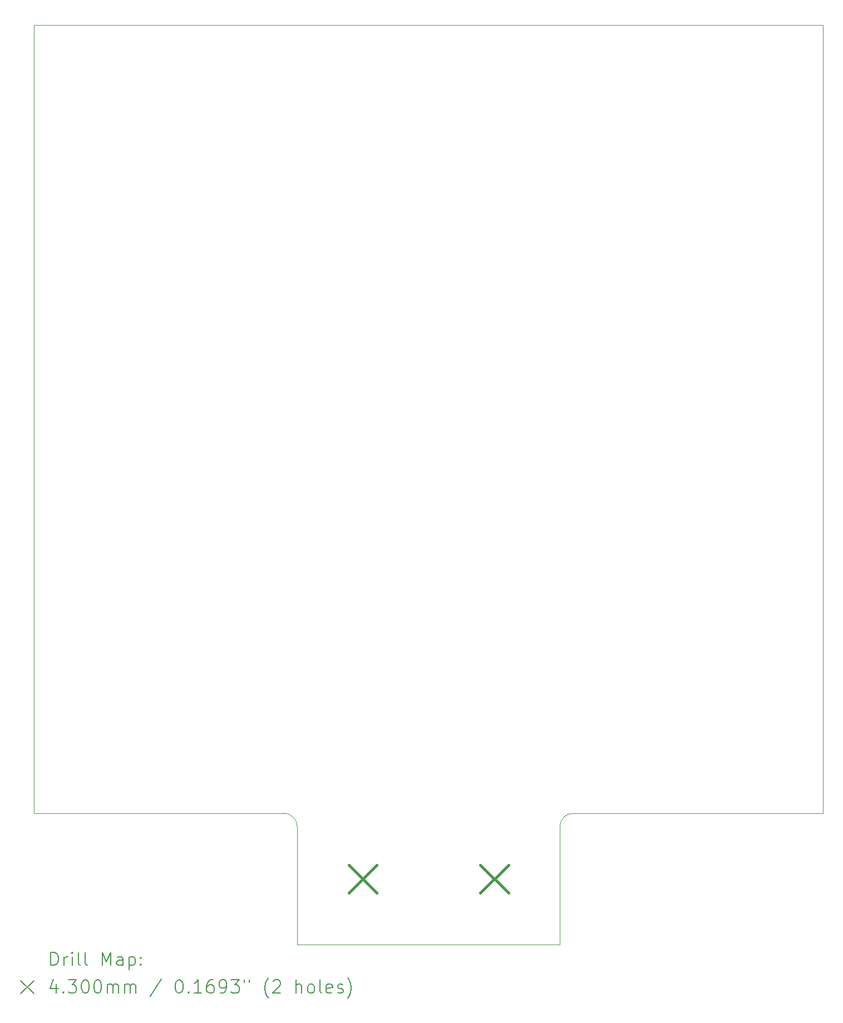
<source format=gbr>
%FSLAX45Y45*%
G04 Gerber Fmt 4.5, Leading zero omitted, Abs format (unit mm)*
G04 Created by KiCad (PCBNEW 6.0.0) date 2022-01-10 21:42:34*
%MOMM*%
%LPD*%
G01*
G04 APERTURE LIST*
%TA.AperFunction,Profile*%
%ADD10C,0.100000*%
%TD*%
%ADD11C,0.200000*%
%ADD12C,0.430000*%
G04 APERTURE END LIST*
D10*
X11000000Y-17000000D02*
X11000000Y-15200000D01*
X15000000Y-15000000D02*
X15000000Y-3000000D01*
X11200000Y-15000000D02*
G75*
G03*
X11000000Y-15200000I0J-200000D01*
G01*
X15000000Y-3000000D02*
X3000000Y-3000000D01*
X3000000Y-15000000D02*
X6800000Y-15000000D01*
X7000000Y-15200000D02*
X7000000Y-17000000D01*
X7000000Y-15200000D02*
G75*
G03*
X6800000Y-15000000I-200000J0D01*
G01*
X3000000Y-3000000D02*
X3000000Y-15000000D01*
X7000000Y-17000000D02*
X11000000Y-17000000D01*
X11200000Y-15000000D02*
X15000000Y-15000000D01*
D11*
D12*
X7785000Y-15785000D02*
X8215000Y-16215000D01*
X8215000Y-15785000D02*
X7785000Y-16215000D01*
X9785000Y-15785000D02*
X10215000Y-16215000D01*
X10215000Y-15785000D02*
X9785000Y-16215000D01*
D11*
X3252619Y-17315476D02*
X3252619Y-17115476D01*
X3300238Y-17115476D01*
X3328809Y-17125000D01*
X3347857Y-17144048D01*
X3357381Y-17163095D01*
X3366905Y-17201190D01*
X3366905Y-17229762D01*
X3357381Y-17267857D01*
X3347857Y-17286905D01*
X3328809Y-17305952D01*
X3300238Y-17315476D01*
X3252619Y-17315476D01*
X3452619Y-17315476D02*
X3452619Y-17182143D01*
X3452619Y-17220238D02*
X3462143Y-17201190D01*
X3471667Y-17191667D01*
X3490714Y-17182143D01*
X3509762Y-17182143D01*
X3576428Y-17315476D02*
X3576428Y-17182143D01*
X3576428Y-17115476D02*
X3566905Y-17125000D01*
X3576428Y-17134524D01*
X3585952Y-17125000D01*
X3576428Y-17115476D01*
X3576428Y-17134524D01*
X3700238Y-17315476D02*
X3681190Y-17305952D01*
X3671667Y-17286905D01*
X3671667Y-17115476D01*
X3805000Y-17315476D02*
X3785952Y-17305952D01*
X3776428Y-17286905D01*
X3776428Y-17115476D01*
X4033571Y-17315476D02*
X4033571Y-17115476D01*
X4100238Y-17258333D01*
X4166905Y-17115476D01*
X4166905Y-17315476D01*
X4347857Y-17315476D02*
X4347857Y-17210714D01*
X4338333Y-17191667D01*
X4319286Y-17182143D01*
X4281190Y-17182143D01*
X4262143Y-17191667D01*
X4347857Y-17305952D02*
X4328810Y-17315476D01*
X4281190Y-17315476D01*
X4262143Y-17305952D01*
X4252619Y-17286905D01*
X4252619Y-17267857D01*
X4262143Y-17248810D01*
X4281190Y-17239286D01*
X4328810Y-17239286D01*
X4347857Y-17229762D01*
X4443095Y-17182143D02*
X4443095Y-17382143D01*
X4443095Y-17191667D02*
X4462143Y-17182143D01*
X4500238Y-17182143D01*
X4519286Y-17191667D01*
X4528810Y-17201190D01*
X4538333Y-17220238D01*
X4538333Y-17277381D01*
X4528810Y-17296429D01*
X4519286Y-17305952D01*
X4500238Y-17315476D01*
X4462143Y-17315476D01*
X4443095Y-17305952D01*
X4624048Y-17296429D02*
X4633571Y-17305952D01*
X4624048Y-17315476D01*
X4614524Y-17305952D01*
X4624048Y-17296429D01*
X4624048Y-17315476D01*
X4624048Y-17191667D02*
X4633571Y-17201190D01*
X4624048Y-17210714D01*
X4614524Y-17201190D01*
X4624048Y-17191667D01*
X4624048Y-17210714D01*
X2795000Y-17545000D02*
X2995000Y-17745000D01*
X2995000Y-17545000D02*
X2795000Y-17745000D01*
X3338333Y-17602143D02*
X3338333Y-17735476D01*
X3290714Y-17525952D02*
X3243095Y-17668810D01*
X3366905Y-17668810D01*
X3443095Y-17716429D02*
X3452619Y-17725952D01*
X3443095Y-17735476D01*
X3433571Y-17725952D01*
X3443095Y-17716429D01*
X3443095Y-17735476D01*
X3519286Y-17535476D02*
X3643095Y-17535476D01*
X3576428Y-17611667D01*
X3605000Y-17611667D01*
X3624048Y-17621190D01*
X3633571Y-17630714D01*
X3643095Y-17649762D01*
X3643095Y-17697381D01*
X3633571Y-17716429D01*
X3624048Y-17725952D01*
X3605000Y-17735476D01*
X3547857Y-17735476D01*
X3528809Y-17725952D01*
X3519286Y-17716429D01*
X3766905Y-17535476D02*
X3785952Y-17535476D01*
X3805000Y-17545000D01*
X3814524Y-17554524D01*
X3824048Y-17573571D01*
X3833571Y-17611667D01*
X3833571Y-17659286D01*
X3824048Y-17697381D01*
X3814524Y-17716429D01*
X3805000Y-17725952D01*
X3785952Y-17735476D01*
X3766905Y-17735476D01*
X3747857Y-17725952D01*
X3738333Y-17716429D01*
X3728809Y-17697381D01*
X3719286Y-17659286D01*
X3719286Y-17611667D01*
X3728809Y-17573571D01*
X3738333Y-17554524D01*
X3747857Y-17545000D01*
X3766905Y-17535476D01*
X3957381Y-17535476D02*
X3976428Y-17535476D01*
X3995476Y-17545000D01*
X4005000Y-17554524D01*
X4014524Y-17573571D01*
X4024048Y-17611667D01*
X4024048Y-17659286D01*
X4014524Y-17697381D01*
X4005000Y-17716429D01*
X3995476Y-17725952D01*
X3976428Y-17735476D01*
X3957381Y-17735476D01*
X3938333Y-17725952D01*
X3928809Y-17716429D01*
X3919286Y-17697381D01*
X3909762Y-17659286D01*
X3909762Y-17611667D01*
X3919286Y-17573571D01*
X3928809Y-17554524D01*
X3938333Y-17545000D01*
X3957381Y-17535476D01*
X4109762Y-17735476D02*
X4109762Y-17602143D01*
X4109762Y-17621190D02*
X4119286Y-17611667D01*
X4138333Y-17602143D01*
X4166905Y-17602143D01*
X4185952Y-17611667D01*
X4195476Y-17630714D01*
X4195476Y-17735476D01*
X4195476Y-17630714D02*
X4205000Y-17611667D01*
X4224048Y-17602143D01*
X4252619Y-17602143D01*
X4271667Y-17611667D01*
X4281190Y-17630714D01*
X4281190Y-17735476D01*
X4376429Y-17735476D02*
X4376429Y-17602143D01*
X4376429Y-17621190D02*
X4385952Y-17611667D01*
X4405000Y-17602143D01*
X4433571Y-17602143D01*
X4452619Y-17611667D01*
X4462143Y-17630714D01*
X4462143Y-17735476D01*
X4462143Y-17630714D02*
X4471667Y-17611667D01*
X4490714Y-17602143D01*
X4519286Y-17602143D01*
X4538333Y-17611667D01*
X4547857Y-17630714D01*
X4547857Y-17735476D01*
X4938333Y-17525952D02*
X4766905Y-17783095D01*
X5195476Y-17535476D02*
X5214524Y-17535476D01*
X5233571Y-17545000D01*
X5243095Y-17554524D01*
X5252619Y-17573571D01*
X5262143Y-17611667D01*
X5262143Y-17659286D01*
X5252619Y-17697381D01*
X5243095Y-17716429D01*
X5233571Y-17725952D01*
X5214524Y-17735476D01*
X5195476Y-17735476D01*
X5176429Y-17725952D01*
X5166905Y-17716429D01*
X5157381Y-17697381D01*
X5147857Y-17659286D01*
X5147857Y-17611667D01*
X5157381Y-17573571D01*
X5166905Y-17554524D01*
X5176429Y-17545000D01*
X5195476Y-17535476D01*
X5347857Y-17716429D02*
X5357381Y-17725952D01*
X5347857Y-17735476D01*
X5338333Y-17725952D01*
X5347857Y-17716429D01*
X5347857Y-17735476D01*
X5547857Y-17735476D02*
X5433571Y-17735476D01*
X5490714Y-17735476D02*
X5490714Y-17535476D01*
X5471667Y-17564048D01*
X5452619Y-17583095D01*
X5433571Y-17592619D01*
X5719286Y-17535476D02*
X5681190Y-17535476D01*
X5662143Y-17545000D01*
X5652619Y-17554524D01*
X5633571Y-17583095D01*
X5624048Y-17621190D01*
X5624048Y-17697381D01*
X5633571Y-17716429D01*
X5643095Y-17725952D01*
X5662143Y-17735476D01*
X5700238Y-17735476D01*
X5719286Y-17725952D01*
X5728809Y-17716429D01*
X5738333Y-17697381D01*
X5738333Y-17649762D01*
X5728809Y-17630714D01*
X5719286Y-17621190D01*
X5700238Y-17611667D01*
X5662143Y-17611667D01*
X5643095Y-17621190D01*
X5633571Y-17630714D01*
X5624048Y-17649762D01*
X5833571Y-17735476D02*
X5871667Y-17735476D01*
X5890714Y-17725952D01*
X5900238Y-17716429D01*
X5919286Y-17687857D01*
X5928809Y-17649762D01*
X5928809Y-17573571D01*
X5919286Y-17554524D01*
X5909762Y-17545000D01*
X5890714Y-17535476D01*
X5852619Y-17535476D01*
X5833571Y-17545000D01*
X5824048Y-17554524D01*
X5814524Y-17573571D01*
X5814524Y-17621190D01*
X5824048Y-17640238D01*
X5833571Y-17649762D01*
X5852619Y-17659286D01*
X5890714Y-17659286D01*
X5909762Y-17649762D01*
X5919286Y-17640238D01*
X5928809Y-17621190D01*
X5995476Y-17535476D02*
X6119286Y-17535476D01*
X6052619Y-17611667D01*
X6081190Y-17611667D01*
X6100238Y-17621190D01*
X6109762Y-17630714D01*
X6119286Y-17649762D01*
X6119286Y-17697381D01*
X6109762Y-17716429D01*
X6100238Y-17725952D01*
X6081190Y-17735476D01*
X6024048Y-17735476D01*
X6005000Y-17725952D01*
X5995476Y-17716429D01*
X6195476Y-17535476D02*
X6195476Y-17573571D01*
X6271667Y-17535476D02*
X6271667Y-17573571D01*
X6566905Y-17811667D02*
X6557381Y-17802143D01*
X6538333Y-17773571D01*
X6528809Y-17754524D01*
X6519286Y-17725952D01*
X6509762Y-17678333D01*
X6509762Y-17640238D01*
X6519286Y-17592619D01*
X6528809Y-17564048D01*
X6538333Y-17545000D01*
X6557381Y-17516429D01*
X6566905Y-17506905D01*
X6633571Y-17554524D02*
X6643095Y-17545000D01*
X6662143Y-17535476D01*
X6709762Y-17535476D01*
X6728809Y-17545000D01*
X6738333Y-17554524D01*
X6747857Y-17573571D01*
X6747857Y-17592619D01*
X6738333Y-17621190D01*
X6624048Y-17735476D01*
X6747857Y-17735476D01*
X6985952Y-17735476D02*
X6985952Y-17535476D01*
X7071667Y-17735476D02*
X7071667Y-17630714D01*
X7062143Y-17611667D01*
X7043095Y-17602143D01*
X7014524Y-17602143D01*
X6995476Y-17611667D01*
X6985952Y-17621190D01*
X7195476Y-17735476D02*
X7176428Y-17725952D01*
X7166905Y-17716429D01*
X7157381Y-17697381D01*
X7157381Y-17640238D01*
X7166905Y-17621190D01*
X7176428Y-17611667D01*
X7195476Y-17602143D01*
X7224048Y-17602143D01*
X7243095Y-17611667D01*
X7252619Y-17621190D01*
X7262143Y-17640238D01*
X7262143Y-17697381D01*
X7252619Y-17716429D01*
X7243095Y-17725952D01*
X7224048Y-17735476D01*
X7195476Y-17735476D01*
X7376428Y-17735476D02*
X7357381Y-17725952D01*
X7347857Y-17706905D01*
X7347857Y-17535476D01*
X7528809Y-17725952D02*
X7509762Y-17735476D01*
X7471667Y-17735476D01*
X7452619Y-17725952D01*
X7443095Y-17706905D01*
X7443095Y-17630714D01*
X7452619Y-17611667D01*
X7471667Y-17602143D01*
X7509762Y-17602143D01*
X7528809Y-17611667D01*
X7538333Y-17630714D01*
X7538333Y-17649762D01*
X7443095Y-17668810D01*
X7614524Y-17725952D02*
X7633571Y-17735476D01*
X7671667Y-17735476D01*
X7690714Y-17725952D01*
X7700238Y-17706905D01*
X7700238Y-17697381D01*
X7690714Y-17678333D01*
X7671667Y-17668810D01*
X7643095Y-17668810D01*
X7624048Y-17659286D01*
X7614524Y-17640238D01*
X7614524Y-17630714D01*
X7624048Y-17611667D01*
X7643095Y-17602143D01*
X7671667Y-17602143D01*
X7690714Y-17611667D01*
X7766905Y-17811667D02*
X7776428Y-17802143D01*
X7795476Y-17773571D01*
X7805000Y-17754524D01*
X7814524Y-17725952D01*
X7824048Y-17678333D01*
X7824048Y-17640238D01*
X7814524Y-17592619D01*
X7805000Y-17564048D01*
X7795476Y-17545000D01*
X7776428Y-17516429D01*
X7766905Y-17506905D01*
M02*

</source>
